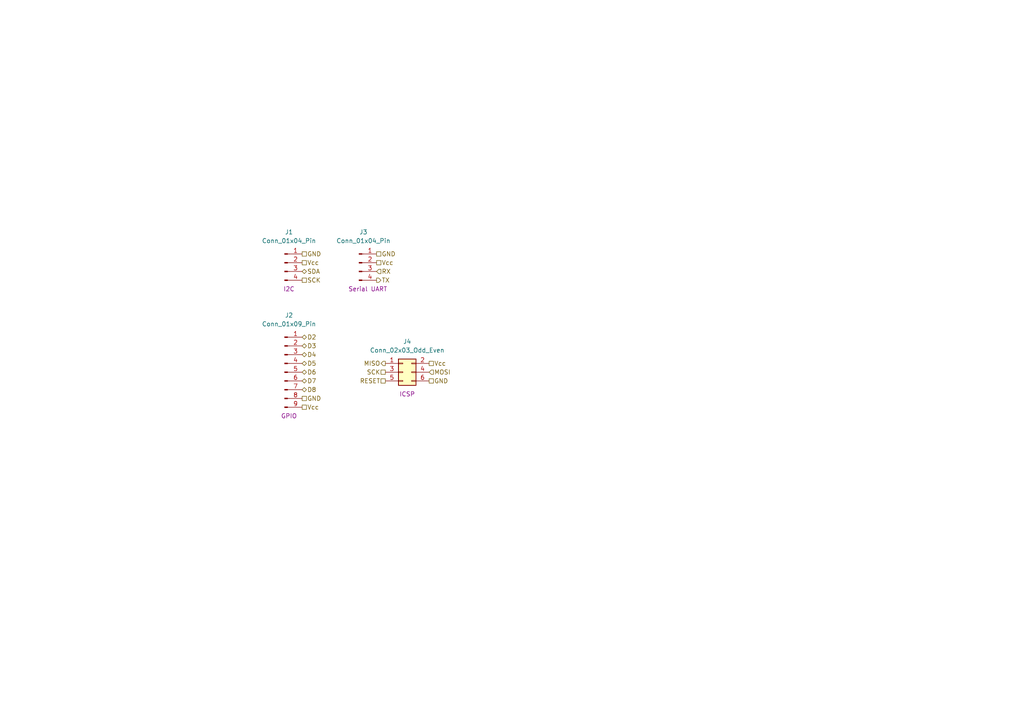
<source format=kicad_sch>
(kicad_sch (version 20250114) (generator "eeschema") (generator_version "9.0")
  (paper "A4")
  (lib_symbols
    (symbol "Connector:Conn_01x04_Pin" (pin_names (offset 1.016) (hide yes))
      (property "Reference" "J" (at 0 5.08 0))
      (property "Value" "Conn_01x04_Pin" (at 0 -7.62 0))
      (symbol "Conn_01x04_Pin_1_1"
        (rectangle (start 0.8636 2.667) (end 0 2.413) (stroke (width 0.1524)) (fill (type outline)))
        (rectangle (start 0.8636 0.127) (end 0 -0.127) (stroke (width 0.1524)) (fill (type outline)))
        (rectangle (start 0.8636 -2.413) (end 0 -2.667) (stroke (width 0.1524)) (fill (type outline)))
        (rectangle (start 0.8636 -4.953) (end 0 -5.207) (stroke (width 0.1524)) (fill (type outline)))
        (polyline (pts (xy 1.27 2.54) (xy 0.8636 2.54)) (stroke (width 0.1524)))
        (polyline (pts (xy 1.27 0) (xy 0.8636 0)) (stroke (width 0.1524)))
        (polyline (pts (xy 1.27 -2.54) (xy 0.8636 -2.54)) (stroke (width 0.1524)))
        (polyline (pts (xy 1.27 -5.08) (xy 0.8636 -5.08)) (stroke (width 0.1524)))
        (pin passive line (at 5.08 2.54 180) (length 3.81) (name "Pin_1") (number "1"))
        (pin passive line (at 5.08 0 180) (length 3.81) (name "Pin_2") (number "2"))
        (pin passive line (at 5.08 -2.54 180) (length 3.81) (name "Pin_3") (number "3"))
        (pin passive line (at 5.08 -5.08 180) (length 3.81) (name "Pin_4") (number "4"))
      )
    )
    (symbol "Connector:Conn_01x09_Pin" (pin_names (offset 1.016) (hide yes))
      (property "Reference" "J" (at 0 12.7 0))
      (property "Value" "Conn_01x09_Pin" (at 0 -12.7 0))
      (symbol "Conn_01x09_Pin_1_1"
        (rectangle (start 0.8636 10.287) (end 0 10.033) (stroke (width 0.1524)) (fill (type outline)))
        (rectangle (start 0.8636 7.747) (end 0 7.493) (stroke (width 0.1524)) (fill (type outline)))
        (rectangle (start 0.8636 5.207) (end 0 4.953) (stroke (width 0.1524)) (fill (type outline)))
        (rectangle (start 0.8636 2.667) (end 0 2.413) (stroke (width 0.1524)) (fill (type outline)))
        (rectangle (start 0.8636 0.127) (end 0 -0.127) (stroke (width 0.1524)) (fill (type outline)))
        (rectangle (start 0.8636 -2.413) (end 0 -2.667) (stroke (width 0.1524)) (fill (type outline)))
        (rectangle (start 0.8636 -4.953) (end 0 -5.207) (stroke (width 0.1524)) (fill (type outline)))
        (rectangle (start 0.8636 -7.493) (end 0 -7.747) (stroke (width 0.1524)) (fill (type outline)))
        (rectangle (start 0.8636 -10.033) (end 0 -10.287) (stroke (width 0.1524)) (fill (type outline)))
        (polyline (pts (xy 1.27 10.16) (xy 0.8636 10.16)) (stroke (width 0.1524)))
        (polyline (pts (xy 1.27 7.62) (xy 0.8636 7.62)) (stroke (width 0.1524)))
        (polyline (pts (xy 1.27 5.08) (xy 0.8636 5.08)) (stroke (width 0.1524)))
        (polyline (pts (xy 1.27 2.54) (xy 0.8636 2.54)) (stroke (width 0.1524)))
        (polyline (pts (xy 1.27 0) (xy 0.8636 0)) (stroke (width 0.1524)))
        (polyline (pts (xy 1.27 -2.54) (xy 0.8636 -2.54)) (stroke (width 0.1524)))
        (polyline (pts (xy 1.27 -5.08) (xy 0.8636 -5.08)) (stroke (width 0.1524)))
        (polyline (pts (xy 1.27 -7.62) (xy 0.8636 -7.62)) (stroke (width 0.1524)))
        (polyline (pts (xy 1.27 -10.16) (xy 0.8636 -10.16)) (stroke (width 0.1524)))
        (pin passive line (at 5.08 10.16 180) (length 3.81) (name "Pin_1") (number "1"))
        (pin passive line (at 5.08 7.62 180) (length 3.81) (name "Pin_2") (number "2"))
        (pin passive line (at 5.08 5.08 180) (length 3.81) (name "Pin_3") (number "3"))
        (pin passive line (at 5.08 2.54 180) (length 3.81) (name "Pin_4") (number "4"))
        (pin passive line (at 5.08 0 180) (length 3.81) (name "Pin_5") (number "5"))
        (pin passive line (at 5.08 -2.54 180) (length 3.81) (name "Pin_6") (number "6"))
        (pin passive line (at 5.08 -5.08 180) (length 3.81) (name "Pin_7") (number "7"))
        (pin passive line (at 5.08 -7.62 180) (length 3.81) (name "Pin_8") (number "8"))
        (pin passive line (at 5.08 -10.16 180) (length 3.81) (name "Pin_9") (number "9"))
      )
    )
    (symbol "Connector_Generic:Conn_02x03_Odd_Even" (pin_names (offset 1.016) (hide yes))
      (property "Reference" "J" (at 1.27 5.08 0))
      (property "Value" "Conn_02x03_Odd_Even" (at 1.27 -5.08 0))
      (symbol "Conn_02x03_Odd_Even_1_1"
        (rectangle (start -1.27 3.81) (end 3.81 -3.81) (stroke (width 0.254)) (fill (type background)))
        (rectangle (start -1.27 2.667) (end 0 2.413) (stroke (width 0.1524)))
        (rectangle (start -1.27 0.127) (end 0 -0.127) (stroke (width 0.1524)))
        (rectangle (start -1.27 -2.413) (end 0 -2.667) (stroke (width 0.1524)))
        (rectangle (start 3.81 2.667) (end 2.54 2.413) (stroke (width 0.1524)))
        (rectangle (start 3.81 0.127) (end 2.54 -0.127) (stroke (width 0.1524)))
        (rectangle (start 3.81 -2.413) (end 2.54 -2.667) (stroke (width 0.1524)))
        (pin passive line (at -5.08 2.54 0) (length 3.81) (name "Pin_1") (number "1"))
        (pin passive line (at -5.08 0 0) (length 3.81) (name "Pin_3") (number "3"))
        (pin passive line (at -5.08 -2.54 0) (length 3.81) (name "Pin_5") (number "5"))
        (pin passive line (at 7.62 2.54 180) (length 3.81) (name "Pin_2") (number "2"))
        (pin passive line (at 7.62 0 180) (length 3.81) (name "Pin_4") (number "4"))
        (pin passive line (at 7.62 -2.54 180) (length 3.81) (name "Pin_6") (number "6"))
      )
    )
  )
  (hierarchical_label "GND" (shape passive) (at 87.63 115.57 0))
  (hierarchical_label "D6" (shape bidirectional) (at 87.63 107.95 0))
  (hierarchical_label "D7" (shape bidirectional) (at 87.63 110.49 0))
  (hierarchical_label "D5" (shape bidirectional) (at 87.63 105.41 0))
  (hierarchical_label "Vcc" (shape passive) (at 109.22 76.2 0))
  (hierarchical_label "SCK" (shape passive) (at 87.63 81.28 0))
  (hierarchical_label "SCK" (shape passive) (at 111.76 107.95 180))
  (hierarchical_label "RESET" (shape passive) (at 111.76 110.49 180))
  (hierarchical_label "GND" (shape passive) (at 109.22 73.66 0))
  (hierarchical_label "D2" (shape bidirectional) (at 87.63 97.79 0))
  (hierarchical_label "D3" (shape bidirectional) (at 87.63 100.33 0))
  (hierarchical_label "Vcc" (shape passive) (at 87.63 118.11 0))
  (hierarchical_label "GND" (shape passive) (at 87.63 73.66 0))
  (hierarchical_label "MOSI" (shape input) (at 124.46 107.95 0))
  (hierarchical_label "SDA" (shape bidirectional) (at 87.63 78.74 0))
  (hierarchical_label "Vcc" (shape passive) (at 124.46 105.41 0))
  (hierarchical_label "D4" (shape bidirectional) (at 87.63 102.87 0))
  (hierarchical_label "Vcc" (shape passive) (at 87.63 76.2 0))
  (hierarchical_label "D8" (shape bidirectional) (at 87.63 113.03 0))
  (hierarchical_label "TX" (shape output) (at 109.22 81.28 0))
  (hierarchical_label "RX" (shape input) (at 109.22 78.74 0))
  (hierarchical_label "MISO" (shape output) (at 111.76 105.41 180))
  (hierarchical_label "GND" (shape passive) (at 124.46 110.49 0))
  (symbol (lib_id "Connector:Conn_01x09_Pin") (at 82.55 107.95 0) (unit 1)
    (property "Reference" "J2" (at 83.82 91.44 0))
    (property "Value" "Conn_01x09_Pin" (at 83.82 93.98 0))
    (property "Footprint" "Connector_PinHeader_2.54mm:PinHeader_1x09_P2.54mm_Vertical" (effects (hide yes)))
    (property "Description" "Generic connector, single row, 01x09, script generated" (effects (hide yes)))
    (property "Purpose" "GPIO" (at 83.82 120.65 0))
  )
  (symbol (lib_id "Connector:Conn_01x04_Pin") (at 82.55 76.2 0) (unit 1)
    (property "Reference" "J1" (at 83.82 67.31 0))
    (property "Value" "Conn_01x04_Pin" (at 83.82 69.85 0))
    (property "Footprint" "Connector_PinHeader_2.54mm:PinHeader_1x04_P2.54mm_Vertical" (effects (hide yes)))
    (property "Description" "Generic connector, single row, 01x04, script generated" (effects (hide yes)))
    (property "Purpose" "I2C" (at 83.82 83.82 0))
  )
  (symbol (lib_id "Connector_Generic:Conn_02x03_Odd_Even") (at 116.84 107.95 0) (unit 1)
    (property "Reference" "J4" (at 118.11 99.06 0))
    (property "Value" "Conn_02x03_Odd_Even" (at 118.11 101.6 0))
    (property "Footprint" "Connector_PinHeader_2.54mm:PinHeader_2x03_P2.54mm_Vertical" (effects (hide yes)))
    (property "Description" "Generic connector, double row, 02x03, odd/even pin numbering scheme (row 1 odd numbers, row 2 even numbers), script generated (kicad-library-utils/schlib/autogen/connector/)" (effects (hide yes)))
    (property "Purpose" "ICSP" (at 118.11 114.3 0))
  )
  (symbol (lib_id "Connector:Conn_01x04_Pin") (at 104.14 76.2 0) (unit 1)
    (property "Reference" "J3" (at 105.41 67.31 0))
    (property "Value" "Conn_01x04_Pin" (at 105.41 69.85 0))
    (property "Footprint" "Connector_PinHeader_2.54mm:PinHeader_1x04_P2.54mm_Vertical" (effects (hide yes)))
    (property "Description" "Generic connector, single row, 01x04, script generated" (effects (hide yes)))
    (property "Purpose" "Serial UART" (at 106.68 83.82 0))
  )
)
</source>
